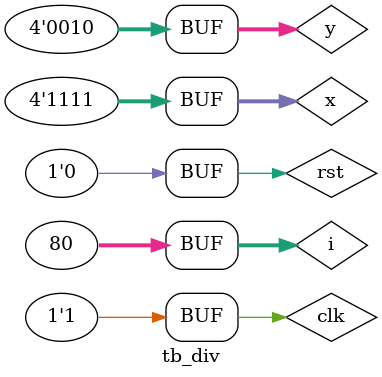
<source format=v>
`timescale 1ns / 1ps


module tb_div();
reg [3:0]x,y;
reg clk,rst;
wire [3:0]q,r;
//wire [4:0]tx,ty;
wire done,error;
integer i;
wire [1:0]st;
div DUT(x,y,rst,clk,q,r,error,done,st);

initial
begin
rst=1;
for(i=0;i<80;i=i+1)
begin
if(i==1) begin x=4'b1111; y=4'b0001; end
if(i==2) begin rst=0; end
if(i==20) begin x=4'b1111; y=4'b000; rst=1;end
if(i==21) begin rst=0; end
if(i==25) begin x=4'b0111; y=4'b1000; rst=1;end
if(i==26) begin rst=0; end
if(i==28) begin x=4'b1111; y=4'b0010; rst=1;end
if(i==29) begin rst=0; end
clk=0;
#5;
clk=1;
#5;
end

end


endmodule

</source>
